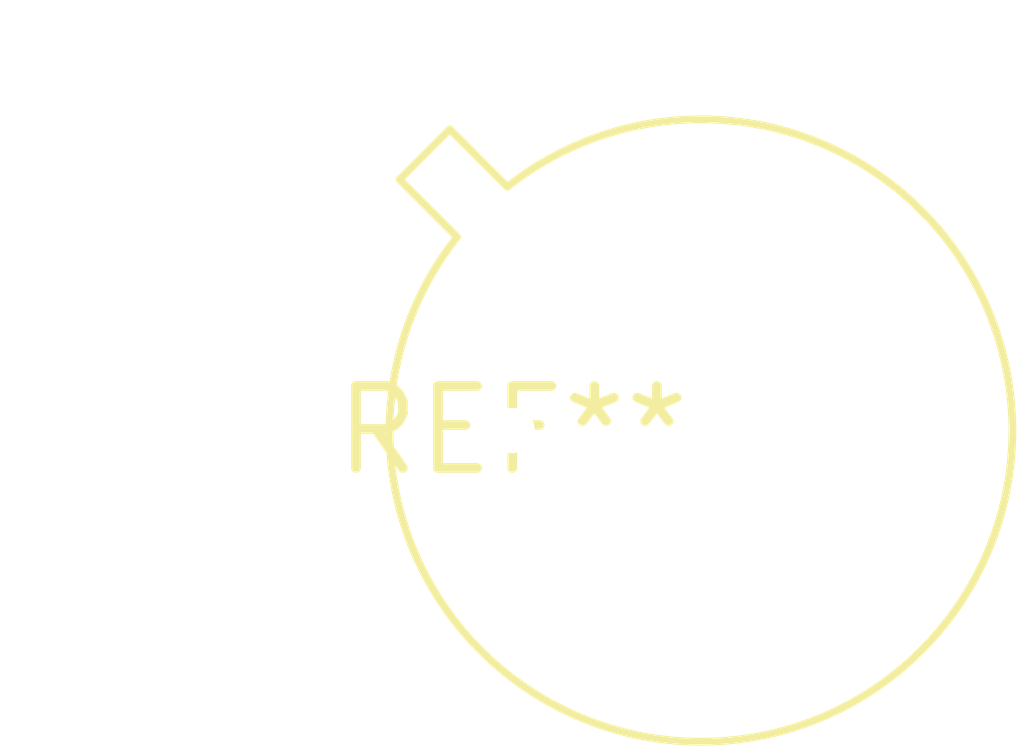
<source format=kicad_pcb>
(kicad_pcb (version 20240108) (generator pcbnew)
  (layers (0 "F.Cu" signal) (31 "B.Cu" signal) (34 "B.Paste" user) (35 "F.Paste" user) (36 "B.SilkS" user "B.Silkscreen") (37 "F.SilkS" user "F.Silkscreen") (38 "B.Mask" user) (39 "F.Mask" user) (44 "Edge.Cuts" user))
  (net 0 "")
  (footprint "TO-5-8_Window" (layer "F.Cu") (at 0 0)
    (property "Reference" "REF**")
    (property "Value" "TO-5-8_Window")
    (fp_line (start -1.745856 -3.888039) (end -0.854902 -2.997084) (layer "F.SilkS") (stroke (width 0.12)))
    (fp_line (start -0.968039 -4.665856) (end -1.745856 -3.888039) (layer "F.SilkS") (stroke (width 0.12)))
    (fp_line (start -0.077084 -3.774902) (end -0.968039 -4.665856) (layer "F.SilkS") (stroke (width 0.12)))
    (fp_arc (start -0.077084 -3.774902) (mid 6.328125 3.408384) (end -0.854674 -2.997371) (layer "F.SilkS") (stroke (width 0.12)))
    (pad "1" thru_hole oval (at 0 0) (size 1.6 1.2) (drill 0.7) (layers *.Cu *.Mask) (remove_unused_layers))
    (pad "2" thru_hole oval (at 0.855248 2.064752) (size 1.2 1.2) (drill 0.7) (layers *.Cu *.Mask) (remove_unused_layers))
    (pad "3" thru_hole oval (at 2.92 2.92) (size 1.2 1.2) (drill 0.7) (layers *.Cu *.Mask) (remove_unused_layers))
    (pad "4" thru_hole oval (at 4.984752 2.064752) (size 1.2 1.2) (drill 0.7) (layers *.Cu *.Mask) (remove_unused_layers))
    (pad "5" thru_hole oval (at 5.84 0) (size 1.2 1.2) (drill 0.7) (layers *.Cu *.Mask) (remove_unused_layers))
    (pad "6" thru_hole oval (at 4.984752 -2.064752) (size 1.2 1.2) (drill 0.7) (layers *.Cu *.Mask) (remove_unused_layers))
    (pad "7" thru_hole oval (at 2.92 -2.92) (size 1.2 1.2) (drill 0.7) (layers *.Cu *.Mask) (remove_unused_layers))
    (pad "8" thru_hole oval (at 0.855248 -2.064752) (size 1.2 1.2) (drill 0.7) (layers *.Cu *.Mask) (remove_unused_layers))
  )
)
</source>
